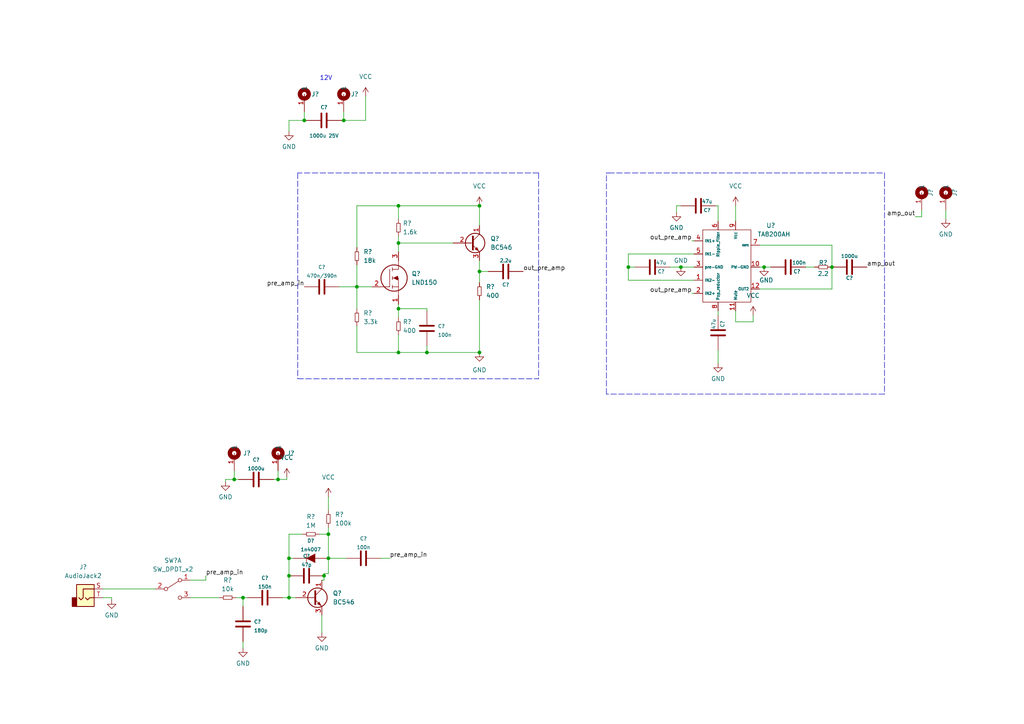
<source format=kicad_sch>
(kicad_sch (version 20211123) (generator eeschema)
  (paper "A4")
  (title_block (title "Amp guitarra") (date "2022-09-20") (rev "V0.1") (company "EEST N5") (comment 1 "Autor: Santiago Dal Degan"))
  (lib_symbols
    (symbol "Connector:AudioJack2"
      (property "Reference" "J" (at 0 8.89 0))
      (property "Value" "AudioJack2" (at 0 6.35 0))
      (symbol "AudioJack2_0_1"
        (rectangle (start -3.81 0) (end -2.54 -2.54) (stroke (width 0.254)) (fill (type outline)))
        (rectangle (start -2.54 3.81) (end 2.54 -2.54) (stroke (width 0.254)) (fill (type background)))
        (polyline (pts (xy 0 0) (xy 0.635 -0.635) (xy 1.27 0) (xy 2.54 0)) (stroke (width 0.254)))
        (polyline (pts (xy 2.54 2.54) (xy -0.635 2.54) (xy -0.635 0) (xy -1.27 -0.635) (xy -1.905 0)) (stroke (width 0.254)))
      )
      (symbol "AudioJack2_1_1"
        (pin passive line (at 5.08 2.54 180) (length 2.54) (name "~") (number "S"))
        (pin passive line (at 5.08 0 180) (length 2.54) (name "~") (number "T"))
      )
    )
    (symbol "EESTN5:BC546" (pin_names (offset 0) hide)
      (property "Reference" "Q" (at 5.08 1.905 0))
      (property "Value" "BC546" (at 5.08 0 0))
      (symbol "BC546_0_1"
        (polyline (pts (xy 0 0) (xy 0.635 0)))
        (polyline (pts (xy 0.635 0.635) (xy 2.54 2.54)))
        (polyline (pts (xy 0.635 -0.635) (xy 2.54 -2.54) (xy 2.54 -2.54)))
        (polyline (pts (xy 0.635 1.905) (xy 0.635 -1.905) (xy 0.635 -1.905)) (stroke (width 0.508)))
        (polyline (pts (xy 1.27 -1.778) (xy 1.778 -1.27) (xy 2.286 -2.286) (xy 1.27 -1.778) (xy 1.27 -1.778)) (fill (type outline)))
        (circle (center 1.27 0) (radius 2.8194) (stroke (width 0.254)))
      )
      (symbol "BC546_1_1"
        (pin passive line (at 2.54 5.08 270) (length 2.54) (name "C") (number "1"))
        (pin input line (at -5.08 0 0) (length 5.08) (name "B") (number "2"))
        (pin passive line (at 2.54 -5.08 90) (length 2.54) (name "E") (number "3"))
      )
    )
    (symbol "EESTN5:C" (pin_numbers hide) (pin_names (offset 0.254))
      (property "Reference" "C" (at 0 2.54 0))
      (property "Value" "C" (at 0.1524 -2.159 0))
      (symbol "C_0_1"
        (polyline (pts (xy -2.032 -0.762) (xy 2.032 -0.762)) (stroke (width 0.508)))
        (polyline (pts (xy -2.032 0.762) (xy 2.032 0.762)) (stroke (width 0.508)))
      )
      (symbol "C_1_1"
        (pin passive line (at 0 5.08 270) (length 4.318) (name "~") (number "1"))
        (pin passive line (at 0 -5.08 90) (length 4.318) (name "~") (number "2"))
      )
    )
    (symbol "EESTN5:Cable_PAD" (pin_names (offset 1.016))
      (property "Reference" "J" (at 0 5.08 0))
      (symbol "Cable_PAD_0_1"
        (circle (center 0 0) (radius 1.27) (stroke (width 1.27)))
      )
      (symbol "Cable_PAD_1_1"
        (pin input line (at -5.08 0 0) (length 5.08) (name "1") (number "1"))
      )
    )
    (symbol "EESTN5:DIODE" (pin_numbers hide) (pin_names (offset 1.016) hide)
      (property "Reference" "D" (at 0 2.54 0))
      (property "Value" "DIODE" (at 0 -2.54 0))
      (symbol "DIODE_0_1"
        (polyline (pts (xy 1.27 1.27) (xy 1.27 -1.27)) (stroke (width 0.1524)))
        (polyline (pts (xy -1.27 1.27) (xy 1.27 0) (xy -1.27 -1.27)) (fill (type outline)))
      )
      (symbol "DIODE_1_1"
        (pin passive line (at -5.08 0 0) (length 3.81) (name "A") (number "1"))
        (pin passive line (at 5.08 0 180) (length 3.81) (name "K") (number "2"))
      )
    )
    (symbol "EESTN5:R" (pin_numbers hide) (pin_names (offset 0))
      (property "Reference" "R" (at -1.27 0 90))
      (property "Value" "R" (at 1.27 0 90))
      (symbol "R_0_1"
        (rectangle (start 0.508 1.27) (end -0.508 -1.27))
      )
      (symbol "R_1_1"
        (pin passive line (at 0 2.54 270) (length 1.27) (name "~") (number "1"))
        (pin passive line (at 0 -2.54 90) (length 1.27) (name "~") (number "2"))
      )
    )
    (symbol "Macrolib:LND150"
      (property "Reference" "Q" (at 3.81 -1.27 0))
      (property "Value" "LND150" (at 6.985 1.27 0))
      (symbol "LND150_0_0"
        (pin passive line (at 0 -7.62 90) (length 2.54) (name "~") (number "1"))
        (pin passive line (at -7.62 -2.54 0) (length 2.54) (name "~") (number "2"))
        (pin passive line (at 0 7.62 270) (length 2.54) (name "~") (number "3"))
      )
      (symbol "LND150_0_1"
        (circle (center -1.27 0) (radius 3.81) (stroke (width 0.254)))
        (polyline (pts (xy -1.778 -3.048) (xy -1.778 -2.032)) (stroke (width 0.1524)))
        (polyline (pts (xy -1.778 -2.54) (xy 0 -2.54)) (stroke (width 0.1524)))
        (polyline (pts (xy -1.778 -0.508) (xy -1.778 0.508)) (stroke (width 0.1524)))
        (polyline (pts (xy -1.778 3.048) (xy -1.778 2.032)) (stroke (width 0.1524)))
        (polyline (pts (xy 0 0) (xy -1.778 0)) (stroke (width 0.1524)))
        (polyline (pts (xy 0 0) (xy 0 -5.08)) (stroke (width 0.1524)))
        (polyline (pts (xy 0 2.54) (xy -1.778 2.54)) (stroke (width 0.1524)))
        (polyline (pts (xy 0 2.54) (xy 0 5.08)) (stroke (width 0.1524)))
        (polyline (pts (xy -5.08 -2.54) (xy -2.54 -2.54) (xy -2.54 2.54)) (stroke (width 0.1524)))
        (polyline (pts (xy -1.27 0) (xy -0.254 -0.508) (xy -0.254 0.508) (xy -1.27 0)) (stroke (width 0.254)) (fill (type outline)))
      )
    )
    (symbol "Macrolib:TA8200AH"
      (property "Reference" "U" (at 0 8.89 0))
      (property "Value" "TA8200AH" (at 0.635 -19.05 0))
      (symbol "TA8200AH_0_1"
        (rectangle (start -6.985 10.795) (end 6.985 -10.16))
      )
      (symbol "TA8200AH_1_1"
        (pin input line (at -9.525 -3.81 0) (length 2.54) (name "IN2-") (number "1"))
        (pin power_in line (at 9.525 0 180) (length 2.54) (name "PW-GND") (number "10"))
        (pin input line (at 2.54 -12.7 90) (length 2.54) (name "Mute") (number "11"))
        (pin output line (at 9.525 -6.35 180) (length 2.54) (name "OUT2") (number "12"))
        (pin input line (at -9.525 -7.62 0) (length 2.54) (name "IN2+") (number "2"))
        (pin power_in line (at -9.525 0 0) (length 2.54) (name "pre-GND") (number "3"))
        (pin input line (at -9.525 7.62 0) (length 2.54) (name "IN1+") (number "4"))
        (pin input line (at -9.525 3.81 0) (length 2.54) (name "IN1-") (number "5"))
        (pin input line (at -2.54 13.335 270) (length 2.54) (name "Ripple_filter") (number "6"))
        (pin output line (at 9.525 6.35 180) (length 2.54) (name "OUT1") (number "7"))
        (pin input line (at -2.54 -12.7 90) (length 2.54) (name "Pop_reductor") (number "8"))
        (pin power_in line (at 2.54 13.335 270) (length 2.54) (name "Vcc") (number "9"))
      )
    )
    (symbol "Switch:SW_DPDT_x2" (pin_names (offset 0) hide)
      (property "Reference" "SW" (at 0 4.318 0))
      (property "Value" "SW_DPDT_x2" (at 0 -5.08 0))
      (symbol "SW_DPDT_x2_0_0"
        (circle (center -2.032 0) (radius 0.508))
        (circle (center 2.032 -2.54) (radius 0.508))
      )
      (symbol "SW_DPDT_x2_0_1"
        (polyline (pts (xy -1.524 0.254) (xy 1.651 2.286)))
        (circle (center 2.032 2.54) (radius 0.508))
      )
      (symbol "SW_DPDT_x2_1_1"
        (pin passive line (at 5.08 2.54 180) (length 2.54) (name "A") (number "1"))
        (pin passive line (at -5.08 0 0) (length 2.54) (name "B") (number "2"))
        (pin passive line (at 5.08 -2.54 180) (length 2.54) (name "C") (number "3"))
      )
      (symbol "SW_DPDT_x2_2_1"
        (pin passive line (at 5.08 2.54 180) (length 2.54) (name "A") (number "4"))
        (pin passive line (at -5.08 0 0) (length 2.54) (name "B") (number "5"))
        (pin passive line (at 5.08 -2.54 180) (length 2.54) (name "C") (number "6"))
      )
    )
    (symbol "power:GND" (power) (pin_names (offset 0))
      (property "Value" "GND" (at 0 -3.81 0))
      (symbol "GND_0_1"
        (polyline (pts (xy 0 0) (xy 0 -1.27) (xy 1.27 -1.27) (xy 0 -2.54) (xy -1.27 -1.27) (xy 0 -1.27)))
      )
      (symbol "GND_1_1"
        (pin power_in line (at 0 0 270) (length 0) hide (name "GND") (number "1"))
      )
    )
    (symbol "power:VCC" (power) (pin_names (offset 0))
      (property "Value" "VCC" (at 0 3.81 0))
      (symbol "VCC_0_1"
        (polyline (pts (xy -0.762 1.27) (xy 0 2.54)))
        (polyline (pts (xy 0 0) (xy 0 2.54)))
        (polyline (pts (xy 0 2.54) (xy 0.762 1.27)))
      )
      (symbol "VCC_1_1"
        (pin power_in line (at 0 0 90) (length 0) hide (name "VCC") (number "1"))
      )
    )
  )
  (junction (at 83.82 161.925))
  (junction (at 123.825 102.235))
  (junction (at 95.25 154.94))
  (junction (at 139.065 78.74))
  (junction (at 67.945 139.065))
  (junction (at 83.82 173.355))
  (junction (at 115.57 59.69))
  (junction (at 88.265 34.925))
  (junction (at 139.065 59.69))
  (junction (at 80.645 139.065))
  (junction (at 241.3 77.47))
  (junction (at 115.57 102.235))
  (junction (at 93.98 167.005))
  (junction (at 103.505 83.185))
  (junction (at 95.25 161.925))
  (junction (at 99.695 34.925))
  (junction (at 83.82 167.005))
  (junction (at 70.485 173.355))
  (junction (at 115.57 89.535))
  (junction (at 182.245 77.47))
  (junction (at 115.57 70.485))
  (junction (at 197.485 77.47))
  (junction (at 221.615 77.47))
  (junction (at 139.065 102.235))
  (wire (pts (xy 200.66 69.85) (xy 201.295 69.85)))
  (wire (pts (xy 67.945 139.065) (xy 69.215 139.065)))
  (wire (pts (xy 115.57 59.69) (xy 139.065 59.69)))
  (wire (pts (xy 32.385 173.355) (xy 32.385 173.99)))
  (wire (pts (xy 267.335 60.96) (xy 267.335 62.865)))
  (wire (pts (xy 95.25 153.035) (xy 95.25 154.94)))
  (wire (pts (xy 55.245 173.355) (xy 63.5 173.355)))
  (wire (pts (xy 80.645 139.065) (xy 83.185 139.065)))
  (wire (pts (xy 83.82 167.005) (xy 83.82 173.355)))
  (wire (pts (xy 70.485 173.355) (xy 70.485 175.895)))
  (wire (pts (xy 139.065 78.74) (xy 139.065 81.915)))
  (wire (pts (xy 29.845 173.355) (xy 32.385 173.355)))
  (wire (pts (xy 93.345 178.435) (xy 93.345 183.515)))
  (wire (pts (xy 220.345 77.47) (xy 221.615 77.47)))
  (wire (pts (xy 115.57 70.485) (xy 115.57 73.025)))
  (wire (pts (xy 182.245 73.66) (xy 182.245 77.47)))
  (wire (pts (xy 83.82 161.925) (xy 85.09 161.925)))
  (polyline (pts (xy 256.54 50.165) (xy 256.54 114.3)))
  (wire (pts (xy 208.28 64.135) (xy 208.28 59.69)))
  (polyline (pts (xy 175.895 114.3) (xy 175.895 50.165)))
  (wire (pts (xy 139.065 75.565) (xy 139.065 78.74)))
  (wire (pts (xy 213.36 59.69) (xy 213.36 64.135)))
  (wire (pts (xy 98.425 83.185) (xy 103.505 83.185)))
  (wire (pts (xy 106.045 27.94) (xy 106.045 34.925)))
  (wire (pts (xy 123.825 89.535) (xy 123.825 90.17)))
  (wire (pts (xy 93.345 168.275) (xy 93.98 168.275)))
  (wire (pts (xy 83.82 154.94) (xy 87.63 154.94)))
  (wire (pts (xy 115.57 92.075) (xy 115.57 89.535)))
  (wire (pts (xy 139.065 78.74) (xy 141.605 78.74)))
  (wire (pts (xy 93.98 167.005) (xy 93.98 168.275)))
  (wire (pts (xy 196.215 59.69) (xy 196.215 61.595)))
  (polyline (pts (xy 176.53 50.165) (xy 256.54 50.165)))
  (polyline (pts (xy 256.54 114.3) (xy 175.895 114.3)))
  (polyline (pts (xy 175.895 50.165) (xy 176.53 50.165)))
  (wire (pts (xy 95.25 161.925) (xy 95.25 166.37)))
  (wire (pts (xy 68.58 173.355) (xy 70.485 173.355)))
  (wire (pts (xy 83.82 34.925) (xy 88.265 34.925)))
  (wire (pts (xy 220.345 71.12) (xy 241.3 71.12)))
  (wire (pts (xy 194.31 77.47) (xy 197.485 77.47)))
  (wire (pts (xy 99.06 34.925) (xy 99.695 34.925)))
  (wire (pts (xy 70.485 173.355) (xy 71.755 173.355)))
  (wire (pts (xy 220.345 83.82) (xy 241.3 83.82)))
  (wire (pts (xy 182.245 81.28) (xy 182.245 77.47)))
  (wire (pts (xy 115.57 89.535) (xy 115.57 88.265)))
  (wire (pts (xy 213.36 90.17) (xy 213.36 93.345)))
  (wire (pts (xy 197.485 59.69) (xy 196.215 59.69)))
  (wire (pts (xy 93.98 166.37) (xy 93.98 167.005)))
  (wire (pts (xy 197.485 77.47) (xy 201.295 77.47)))
  (polyline (pts (xy 86.36 50.165) (xy 86.36 109.855)))
  (wire (pts (xy 241.3 83.82) (xy 241.3 77.47)))
  (wire (pts (xy 95.25 161.925) (xy 100.33 161.925)))
  (wire (pts (xy 274.32 60.96) (xy 274.32 63.5)))
  (wire (pts (xy 201.295 73.66) (xy 182.245 73.66)))
  (wire (pts (xy 201.295 81.28) (xy 182.245 81.28)))
  (wire (pts (xy 182.245 77.47) (xy 184.15 77.47)))
  (wire (pts (xy 221.615 77.47) (xy 223.52 77.47)))
  (wire (pts (xy 103.505 59.69) (xy 115.57 59.69)))
  (wire (pts (xy 115.57 102.235) (xy 123.825 102.235)))
  (wire (pts (xy 59.69 167.005) (xy 59.69 168.275)))
  (wire (pts (xy 103.505 83.185) (xy 103.505 89.535)))
  (wire (pts (xy 200.66 85.09) (xy 201.295 85.09)))
  (wire (pts (xy 80.645 139.065) (xy 80.645 136.525)))
  (wire (pts (xy 83.82 38.1) (xy 83.82 34.925)))
  (wire (pts (xy 207.645 59.69) (xy 208.28 59.69)))
  (wire (pts (xy 83.82 161.925) (xy 83.82 167.005)))
  (wire (pts (xy 103.505 83.185) (xy 107.95 83.185)))
  (wire (pts (xy 139.065 59.69) (xy 139.065 65.405)))
  (polyline (pts (xy 156.21 50.165) (xy 156.21 109.855)))
  (wire (pts (xy 67.945 139.065) (xy 65.405 139.065)))
  (wire (pts (xy 65.405 139.065) (xy 65.405 139.7)))
  (wire (pts (xy 115.57 68.58) (xy 115.57 70.485)))
  (wire (pts (xy 139.065 102.235) (xy 139.065 86.995)))
  (wire (pts (xy 115.57 97.155) (xy 115.57 102.235)))
  (wire (pts (xy 241.3 77.47) (xy 241.3 71.12)))
  (wire (pts (xy 92.71 154.94) (xy 95.25 154.94)))
  (wire (pts (xy 95.25 166.37) (xy 93.98 166.37)))
  (wire (pts (xy 99.695 34.925) (xy 99.695 32.385)))
  (wire (pts (xy 233.68 77.47) (xy 236.22 77.47)))
  (wire (pts (xy 115.57 59.69) (xy 115.57 63.5)))
  (wire (pts (xy 88.265 34.925) (xy 88.9 34.925)))
  (wire (pts (xy 123.825 102.235) (xy 123.825 100.33)))
  (wire (pts (xy 67.945 139.065) (xy 67.945 136.525)))
  (wire (pts (xy 208.28 101.6) (xy 208.28 105.41)))
  (wire (pts (xy 208.28 90.17) (xy 208.28 91.44)))
  (wire (pts (xy 83.185 139.065) (xy 83.185 138.43)))
  (wire (pts (xy 83.82 161.925) (xy 83.82 154.94)))
  (wire (pts (xy 70.485 186.055) (xy 70.485 187.96)))
  (wire (pts (xy 88.265 32.385) (xy 88.265 34.925)))
  (wire (pts (xy 115.57 89.535) (xy 123.825 89.535)))
  (polyline (pts (xy 156.21 50.165) (xy 86.36 50.165)))
  (wire (pts (xy 218.44 91.44) (xy 218.44 93.345)))
  (wire (pts (xy 103.505 76.835) (xy 103.505 83.185)))
  (wire (pts (xy 59.69 168.275) (xy 55.245 168.275)))
  (wire (pts (xy 95.25 144.145) (xy 95.25 147.955)))
  (wire (pts (xy 95.25 154.94) (xy 95.25 161.925)))
  (wire (pts (xy 83.82 173.355) (xy 85.725 173.355)))
  (wire (pts (xy 79.375 139.065) (xy 80.645 139.065)))
  (wire (pts (xy 103.505 102.235) (xy 115.57 102.235)))
  (wire (pts (xy 81.915 173.355) (xy 83.82 173.355)))
  (wire (pts (xy 106.045 34.925) (xy 99.695 34.925)))
  (wire (pts (xy 265.43 62.865) (xy 267.335 62.865)))
  (wire (pts (xy 123.825 102.235) (xy 139.065 102.235)))
  (wire (pts (xy 29.845 170.815) (xy 45.085 170.815)))
  (wire (pts (xy 110.49 161.925) (xy 113.03 161.925)))
  (wire (pts (xy 103.505 71.755) (xy 103.505 59.69)))
  (wire (pts (xy 115.57 70.485) (xy 131.445 70.485)))
  (wire (pts (xy 103.505 94.615) (xy 103.505 102.235)))
  (wire (pts (xy 218.44 93.345) (xy 213.36 93.345)))
  (polyline (pts (xy 86.36 109.855) (xy 156.21 109.855)))
  (text "12V" (at 92.71 23.495 0) (effects (font (size 1.27 1.27)) (justify left bottom)))
  (label "pre_amp_in" (at 59.69 167.005 0))
  (label "amp_out" (at 265.43 62.865 180))
  (label "out_pre_amp" (at 200.66 69.85 180))
  (label "out_pre_amp" (at 200.66 85.09 180))
  (label "amp_out" (at 251.46 77.47 0))
  (label "out_pre_amp" (at 151.765 78.74 0))
  (label "pre_amp_in" (at 113.03 161.925 0))
  (label "pre_amp_in" (at 88.265 83.185 180))
  (symbol (lib_id "power:GND") (at 93.345 183.515 0) (unit 1)
    (property "Reference" "#PWR?" (effects hide))
    (property "Value" "GND" (at 93.345 187.96 0))
  )
  (symbol (lib_id "EESTN5:R") (at 90.17 154.94 270) (unit 1)
    (property "Reference" "R?" (at 90.17 149.86 90))
    (property "Value" "1M" (at 90.17 152.4 90))
  )
  (symbol (lib_id "power:VCC") (at 218.44 91.44 0) (unit 1)
    (property "Reference" "#PWR?" (effects hide))
    (property "Value" "VCC" (at 218.44 85.725 0))
  )
  (symbol (lib_id "EESTN5:R") (at 115.57 66.04 0) (unit 1)
    (property "Reference" "R?" (at 116.84 64.7699 0) (effects (justify left)))
    (property "Value" "1.6k" (at 116.84 67.3099 0) (effects (justify left)))
    (property "Footprint" "EESTN5:RES0.2" (effects hide))
  )
  (symbol (lib_id "EESTN5:C") (at 88.9 167.005 90) (unit 1)
    (property "Reference" "C?" (at 88.9 161.29 90) (effects (font (size 1.016 1.016))))
    (property "Value" "47p" (at 88.9 163.83 90) (effects (font (size 1.016 1.016))))
  )
  (symbol (lib_id "EESTN5:C") (at 76.835 173.355 90) (unit 1)
    (property "Reference" "C?" (at 76.835 167.64 90) (effects (font (size 1.016 1.016))))
    (property "Value" "150n" (at 76.835 170.18 90) (effects (font (size 1.016 1.016))))
  )
  (symbol (lib_id "power:GND") (at 196.215 61.595 0) (unit 1)
    (property "Reference" "#PWR?" (effects hide))
    (property "Value" "GND" (at 196.215 66.04 0))
  )
  (symbol (lib_id "EESTN5:R") (at 139.065 84.455 0) (unit 1)
    (property "Reference" "R?" (at 140.97 83.1849 0) (effects (justify left)))
    (property "Value" "400" (at 140.97 85.7249 0) (effects (justify left)))
    (property "Footprint" "EESTN5:RES0.2" (effects hide))
  )
  (symbol (lib_id "EESTN5:Cable_PAD") (at 274.32 55.88 90) (unit 1)
    (property "Reference" "J?" (at 276.86 55.88 0))
    (property "Value" "Cable_PAD" (effects hide))
    (property "Footprint" "EESTN5:Cable_Doble_1,5mm" (effects hide))
  )
  (symbol (lib_id "Connector:AudioJack2") (at 24.765 173.355 0) (unit 1)
    (property "Reference" "J?" (at 24.13 164.465 0))
    (property "Value" "AudioJack2" (at 24.13 167.005 0))
  )
  (symbol (lib_id "EESTN5:C") (at 246.38 77.47 270) (unit 1)
    (property "Reference" "C?" (at 246.38 80.645 90) (effects (font (size 1.016 1.016))))
    (property "Value" "1000u" (at 246.38 74.295 90) (effects (font (size 1.016 1.016))))
    (property "Footprint" "EESTN5:CAP_ELEC_8x11.5mm" (effects hide))
  )
  (symbol (lib_id "power:VCC") (at 213.36 59.69 0) (unit 1)
    (property "Reference" "#PWR?" (effects hide))
    (property "Value" "VCC" (at 213.36 53.975 0))
  )
  (symbol (lib_id "EESTN5:R") (at 103.505 74.295 0) (unit 1)
    (property "Reference" "R?" (at 105.41 73.0249 0) (effects (justify left)))
    (property "Value" "18k" (at 105.41 75.5649 0) (effects (justify left)))
    (property "Footprint" "EESTN5:RES0.2" (effects hide))
  )
  (symbol (lib_id "EESTN5:R") (at 238.76 77.47 90) (unit 1)
    (property "Reference" "R?" (at 238.76 76.2 90))
    (property "Value" "2.2" (at 238.76 79.375 90))
    (property "Footprint" "EESTN5:RES0.2" (effects hide))
  )
  (symbol (lib_id "EESTN5:R") (at 66.04 173.355 270) (unit 1)
    (property "Reference" "R?" (at 66.04 168.275 90))
    (property "Value" "10k" (at 66.04 170.815 90))
  )
  (symbol (lib_id "EESTN5:C") (at 70.485 180.975 180) (unit 1)
    (property "Reference" "C?" (at 73.66 180.34 0) (effects (font (size 1.016 1.016)) (justify right)))
    (property "Value" "180p" (at 73.66 182.88 0) (effects (font (size 1.016 1.016)) (justify right)))
  )
  (symbol (lib_id "EESTN5:Cable_PAD") (at 67.945 131.445 90) (unit 1)
    (property "Reference" "J?" (at 70.485 131.4449 90) (effects (justify right)))
    (property "Value" "pw-" (effects hide))
  )
  (symbol (lib_id "EESTN5:Cable_PAD") (at 80.645 131.445 90) (unit 1)
    (property "Reference" "J?" (at 83.185 131.4449 90) (effects (justify right)))
    (property "Value" "pw+" (effects hide))
  )
  (symbol (lib_id "EESTN5:Cable_PAD") (at 267.335 55.88 90) (unit 1)
    (property "Reference" "J?" (at 269.875 55.88 0))
    (property "Value" "Cable_PAD" (effects hide))
    (property "Footprint" "EESTN5:Cable_Doble_1,5mm" (effects hide))
  )
  (symbol (lib_id "power:GND") (at 221.615 77.47 0) (unit 1)
    (property "Reference" "#PWR?" (effects hide))
    (property "Value" "GND" (at 222.25 81.28 0))
  )
  (symbol (lib_id "EESTN5:C") (at 93.345 83.185 90) (unit 1)
    (property "Reference" "C?" (at 93.345 77.47 90) (effects (font (size 1.016 1.016))))
    (property "Value" "470n/390n" (at 93.345 80.01 90) (effects (font (size 1.016 1.016))))
    (property "Footprint" "EESTN5:CAP_0.1" (effects hide))
  )
  (symbol (lib_id "EESTN5:R") (at 103.505 92.075 0) (unit 1)
    (property "Reference" "R?" (at 105.41 90.8049 0) (effects (justify left)))
    (property "Value" "3.3k" (at 105.41 93.3449 0) (effects (justify left)))
    (property "Footprint" "EESTN5:RES0.2" (effects hide))
  )
  (symbol (lib_id "EESTN5:BC546") (at 136.525 70.485 0) (unit 1)
    (property "Reference" "Q?" (at 142.24 69.2149 0) (effects (justify left)))
    (property "Value" "BC546" (at 142.24 71.7549 0) (effects (justify left)))
    (property "Footprint" "EESTN5:to92" (effects hide))
  )
  (symbol (lib_id "EESTN5:Cable_PAD") (at 88.265 27.305 90) (unit 1)
    (property "Reference" "J?" (at 91.44 27.305 90))
    (property "Value" "Cable_PAD" (effects hide))
    (property "Footprint" "EESTN5:Cable_Doble_1,5mm" (effects hide))
  )
  (symbol (lib_id "EESTN5:C") (at 93.98 34.925 270) (unit 1)
    (property "Reference" "C?" (at 93.98 31.115 90) (effects (font (size 1.016 1.016))))
    (property "Value" "1000u 25V" (at 93.98 39.37 90) (effects (font (size 1.016 1.016))))
    (property "Footprint" "EESTN5:CAP_ELEC_8x11.5mm" (effects hide))
  )
  (symbol (lib_id "power:VCC") (at 139.065 59.69 0) (unit 1)
    (property "Reference" "#PWR?" (effects hide))
    (property "Value" "VCC" (at 139.065 53.975 0))
  )
  (symbol (lib_id "EESTN5:C") (at 74.295 139.065 90) (unit 1)
    (property "Reference" "C?" (at 74.295 133.35 90) (effects (font (size 1.016 1.016))))
    (property "Value" "1000u" (at 74.295 135.89 90) (effects (font (size 1.016 1.016))))
  )
  (symbol (lib_id "Switch:SW_DPDT_x2") (at 50.165 170.815 0) (unit 1)
    (property "Reference" "SW?" (at 50.165 162.56 0))
    (property "Value" "SW_DPDT_x2" (at 50.165 165.1 0))
  )
  (symbol (lib_id "EESTN5:R") (at 115.57 94.615 0) (unit 1)
    (property "Reference" "R?" (at 116.84 93.3449 0) (effects (justify left)))
    (property "Value" "400" (at 116.84 95.8849 0) (effects (justify left)))
    (property "Footprint" "EESTN5:RES0.2" (effects hide))
  )
  (symbol (lib_id "EESTN5:BC546") (at 90.805 173.355 0) (unit 1)
    (property "Reference" "Q?" (at 96.52 172.0849 0) (effects (justify left)))
    (property "Value" "BC546" (at 96.52 174.6249 0) (effects (justify left)))
    (property "Footprint" "EESTN5:TO-92" (effects hide))
  )
  (symbol (lib_id "power:GND") (at 70.485 187.96 0) (unit 1)
    (property "Reference" "#PWR?" (effects hide))
    (property "Value" "GND" (at 70.485 192.405 0))
  )
  (symbol (lib_id "EESTN5:Cable_PAD") (at 99.695 27.305 90) (unit 1)
    (property "Reference" "J?" (at 102.87 27.305 90))
    (property "Value" "Cable_PAD" (effects hide))
    (property "Footprint" "EESTN5:Cable_Doble_1,5mm" (effects hide))
  )
  (symbol (lib_id "power:GND") (at 274.32 63.5 0) (unit 1)
    (property "Reference" "#PWR?" (effects hide))
    (property "Value" "GND" (at 274.32 67.945 0))
  )
  (symbol (lib_id "Macrolib:LND150") (at 115.57 80.645 0) (unit 1)
    (property "Reference" "Q?" (at 119.38 79.3749 0) (effects (justify left)))
    (property "Value" "LND150" (at 119.38 81.9149 0) (effects (justify left)))
    (property "Footprint" "EESTN5:to92" (effects hide))
  )
  (symbol (lib_id "EESTN5:DIODE") (at 90.17 161.925 180) (unit 1)
    (property "Reference" "D?" (at 90.1319 156.845 0) (effects (font (size 1.016 1.016))))
    (property "Value" "1n4007" (at 90.1319 159.385 0) (effects (font (size 1.016 1.016))))
  )
  (symbol (lib_id "EESTN5:C") (at 228.6 77.47 270) (unit 1)
    (property "Reference" "C?" (at 231.14 78.74 90) (effects (font (size 1.016 1.016))))
    (property "Value" "100n" (at 231.775 76.2 90) (effects (font (size 1.016 1.016))))
    (property "Footprint" "EESTN5:CAP_0.1" (effects hide))
  )
  (symbol (lib_id "power:GND") (at 208.28 105.41 0) (unit 1)
    (property "Reference" "#PWR?" (effects hide))
    (property "Value" "GND" (at 208.28 109.855 0))
  )
  (symbol (lib_id "EESTN5:C") (at 146.685 78.74 270) (unit 1)
    (property "Reference" "C?" (at 146.685 82.55 90) (effects (font (size 1.016 1.016))))
    (property "Value" "2.2u" (at 146.685 75.565 90) (effects (font (size 1.016 1.016))))
    (property "Footprint" "EESTN5:CAP_ELEC_5x11mm" (effects hide))
  )
  (symbol (lib_id "power:VCC") (at 106.045 27.94 0) (unit 1)
    (property "Reference" "#PWR?" (effects hide))
    (property "Value" "VCC" (at 106.045 22.225 0))
  )
  (symbol (lib_id "EESTN5:C") (at 105.41 161.925 90) (unit 1)
    (property "Reference" "C?" (at 105.41 156.21 90) (effects (font (size 1.016 1.016))))
    (property "Value" "100n" (at 105.41 158.75 90) (effects (font (size 1.016 1.016))))
  )
  (symbol (lib_id "power:GND") (at 65.405 139.7 0) (unit 1)
    (property "Reference" "#PWR?" (effects hide))
    (property "Value" "GND" (at 65.405 144.145 0))
  )
  (symbol (lib_id "EESTN5:C") (at 208.28 96.52 0) (unit 1)
    (property "Reference" "C?" (at 209.55 93.98 90) (effects (font (size 1.016 1.016))))
    (property "Value" "47u" (at 207.01 93.98 90) (effects (font (size 1.016 1.016))))
    (property "Footprint" "EESTN5:CAP_ELEC_5x11mm" (effects hide))
  )
  (symbol (lib_id "power:GND") (at 197.485 77.47 0) (unit 1)
    (property "Reference" "#PWR?" (effects hide))
    (property "Value" "GND" (at 197.485 75.565 0))
  )
  (symbol (lib_id "power:GND") (at 139.065 102.235 0) (unit 1)
    (property "Reference" "#PWR?" (effects hide))
    (property "Value" "GND" (at 139.065 107.315 0))
  )
  (symbol (lib_id "power:VCC") (at 95.25 144.145 0) (unit 1)
    (property "Reference" "#PWR?" (effects hide))
    (property "Value" "VCC" (at 95.25 138.43 0))
  )
  (symbol (lib_id "EESTN5:C") (at 189.23 77.47 270) (unit 1)
    (property "Reference" "C?" (at 191.77 78.74 90) (effects (font (size 1.016 1.016))))
    (property "Value" "47u" (at 191.77 76.2 90) (effects (font (size 1.016 1.016))))
    (property "Footprint" "EESTN5:CAP_ELEC_5x11mm" (effects hide))
  )
  (symbol (lib_id "power:GND") (at 32.385 173.99 0) (unit 1)
    (property "Reference" "#PWR?" (effects hide))
    (property "Value" "GND" (at 32.385 178.435 0))
  )
  (symbol (lib_id "power:VCC") (at 83.185 138.43 0) (unit 1)
    (property "Reference" "#PWR?" (effects hide))
    (property "Value" "VCC" (at 83.185 132.715 0))
  )
  (symbol (lib_id "Macrolib:TA8200AH") (at 210.82 77.47 0) (unit 1)
    (property "Reference" "U?" (at 222.25 65.405 0) (effects (justify left)))
    (property "Value" "TA8200AH" (at 219.71 67.945 0) (effects (justify left)))
    (property "Footprint" "MacroLib:hzip12-p-1.78" (effects hide))
  )
  (symbol (lib_id "power:GND") (at 83.82 38.1 0) (unit 1)
    (property "Reference" "#PWR?" (effects hide))
    (property "Value" "GND" (at 83.82 42.545 0))
  )
  (symbol (lib_id "EESTN5:C") (at 202.565 59.69 270) (unit 1)
    (property "Reference" "C?" (at 205.105 60.96 90) (effects (font (size 1.016 1.016))))
    (property "Value" "47u" (at 205.105 58.42 90) (effects (font (size 1.016 1.016))))
    (property "Footprint" "EESTN5:CAP_ELEC_5x11mm" (effects hide))
  )
  (symbol (lib_id "EESTN5:C") (at 123.825 95.25 180) (unit 1)
    (property "Reference" "C?" (at 127 94.615 0) (effects (font (size 1.016 1.016)) (justify right)))
    (property "Value" "100n" (at 127 97.155 0) (effects (font (size 1.016 1.016)) (justify right)))
    (property "Footprint" "EESTN5:CAP_0.1" (effects hide))
  )
  (symbol (lib_id "EESTN5:R") (at 95.25 150.495 0) (unit 1)
    (property "Reference" "R?" (at 97.155 149.2249 0) (effects (justify left)))
    (property "Value" "100k" (at 97.155 151.7649 0) (effects (justify left)))
  )
)
</source>
